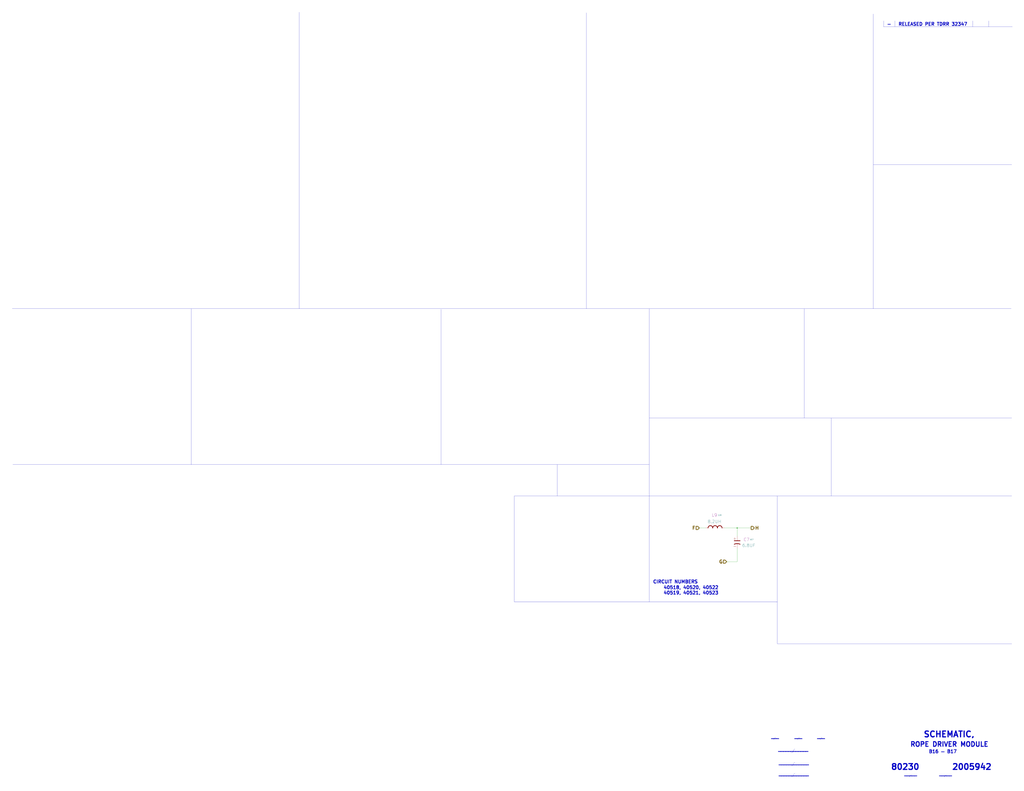
<source format=kicad_sch>
(kicad_sch (version 20211123) (generator eeschema)
  (paper "E")
  (lib_symbols
    (symbol "AGC_DSKY:Capacitor-Polarized" (pin_numbers hide) (pin_names (offset 0) hide)
      (property "Reference" "C" (at 4.445 5.08 0))
      (symbol "Capacitor-Polarized_0_0"
        (text "+" (at -2.54 4.445 0) (effects (font (size 3.556 3.556))))
        (text "-" (at -2.54 -3.81 0) (effects (font (size 3.556 3.556))))
      )
      (symbol "Capacitor-Polarized_0_1"
        (polyline (pts (xy -3.175 1.905) (xy 3.175 1.905)) (stroke (width 0.762)))
        (arc (start 3.175 -1.905) (mid 0 -1.2173) (end -3.175 -1.905) (stroke (width 0.762)))
      )
      (symbol "Capacitor-Polarized_1_1"
        (pin passive line (at 0 6.985 270) (length 5.08) (name "1") (number "1"))
        (pin passive line (at 0 -6.35 90) (length 5.08) (name "2") (number "2"))
      )
    )
    (symbol "AGC_DSKY:Inductor" (pin_numbers hide) (pin_names (offset 0) hide)
      (property "Reference" "L" (at -1.27 5.08 0))
      (symbol "Inductor_0_1"
        (arc (start -2.54 0) (mid -5.08 2.54) (end -7.62 0) (stroke (width 0.762)))
        (arc (start 2.54 0) (mid 0 2.54) (end -2.54 0) (stroke (width 0.762)))
        (arc (start 7.62 0) (mid 5.08 2.54) (end 2.54 0) (stroke (width 0.762)))
      )
      (symbol "Inductor_1_1"
        (pin passive line (at -10.16 0 0) (length 2.54) (name "1") (number "1"))
        (pin passive line (at 10.16 0 180) (length 2.54) (name "2") (number "2"))
      )
    )
  )
  (junction (at 804.545 576.58))
  (polyline (pts (xy 848.36 702.945) (xy 1104.265 702.945)) (stroke (width 0) (type solid)))
  (polyline (pts (xy 907.415 541.655) (xy 907.415 456.565)) (stroke (width 0) (type solid)))
  (polyline (pts (xy 953.135 179.705) (xy 1104.265 179.705)) (stroke (width 0) (type solid)))
  (polyline (pts (xy 864.0826 848.9696) (xy 867.2576 844.5246)) (stroke (width 0) (type solid)))
  (polyline (pts (xy 326.39 337.185) (xy 326.39 13.335)) (stroke (width 0) (type solid)))
  (wire (pts (xy 804.545 585.47) (xy 804.545 576.58)))
  (polyline (pts (xy 208.915 337.185) (xy 208.915 507.365)) (stroke (width 0) (type solid)))
  (polyline (pts (xy 992.3526 848.3346) (xy 994.8926 845.7946)) (stroke (width 0) (type solid)))
  (polyline (pts (xy 895.1976 807.6946) (xy 897.1026 805.1546)) (stroke (width 0) (type solid)))
  (polyline (pts (xy 13.335 337.185) (xy 1103.63 337.185)) (stroke (width 0) (type solid)))
  (wire (pts (xy 804.545 576.58) (xy 819.785 576.58)))
  (polyline (pts (xy 953.135 337.185) (xy 953.135 15.24)) (stroke (width 0) (type solid)))
  (polyline (pts (xy 608.33 507.365) (xy 608.33 541.655)) (stroke (width 0) (type solid)))
  (polyline (pts (xy 13.97 507.365) (xy 708.66 507.365)) (stroke (width 0) (type solid)))
  (polyline (pts (xy 561.34 657.225) (xy 848.36 657.225)) (stroke (width 0) (type solid)))
  (polyline (pts (xy 640.08 337.185) (xy 640.08 13.97)) (stroke (width 0) (type solid)))
  (wire (pts (xy 804.545 598.805) (xy 804.545 613.41)))
  (polyline (pts (xy 864.0826 836.9046) (xy 867.2576 832.4596)) (stroke (width 0) (type solid)))
  (polyline (pts (xy 976.7824 22.7584) (xy 976.7824 29.21)) (stroke (width 0) (type solid)))
  (polyline (pts (xy 481.33 507.365) (xy 481.33 337.82)) (stroke (width 0) (type solid)))
  (polyline (pts (xy 964.311 22.7584) (xy 964.311 29.21)) (stroke (width 0) (type solid)))
  (polyline (pts (xy 877.57 456.565) (xy 877.57 337.185)) (stroke (width 0) (type solid)))
  (polyline (pts (xy 844.3976 807.6946) (xy 846.3026 805.1546)) (stroke (width 0) (type solid)))
  (polyline (pts (xy 561.34 541.655) (xy 561.34 657.225)) (stroke (width 0) (type solid)))
  (polyline (pts (xy 1079.1698 22.7584) (xy 1079.1698 29.21)) (stroke (width 0) (type solid)))
  (polyline (pts (xy 708.66 456.565) (xy 1104.265 456.565)) (stroke (width 0) (type solid)))
  (polyline (pts (xy 848.36 541.655) (xy 848.36 702.945)) (stroke (width 0) (type solid)))
  (polyline (pts (xy 1030.4526 848.3346) (xy 1032.9926 845.7946)) (stroke (width 0) (type solid)))
  (polyline (pts (xy 864.0826 822.2996) (xy 867.2576 817.8546)) (stroke (width 0) (type solid)))
  (polyline (pts (xy 708.66 657.225) (xy 708.66 337.185)) (stroke (width 0) (type solid)))
  (wire (pts (xy 790.575 576.58) (xy 804.545 576.58)))
  (wire (pts (xy 770.255 576.58) (xy 763.27 576.58)))
  (polyline (pts (xy 964.311 29.21) (xy 1104.9 29.21)) (stroke (width 0) (type solid)))
  (polyline (pts (xy 561.34 541.655) (xy 1104.265 541.655)) (stroke (width 0) (type solid)))
  (polyline (pts (xy 1061.72 22.7584) (xy 1061.72 29.21)) (stroke (width 0) (type solid)))
  (polyline (pts (xy 870.4326 807.6946) (xy 872.3376 805.1546)) (stroke (width 0) (type solid)))
  (wire (pts (xy 793.115 613.41) (xy 804.545 613.41)))
  (text "-   RELEASED PER TDRR 32347" (at 967.74 28.575 0) (effects (font (size 3.556 3.556) (thickness 0.7112) bold) (justify left bottom)))
  (text "___" (at 866.775 807.085 0) (effects (font (size 3.556 3.556) (thickness 0.7112) bold) (justify left bottom)))
  (text "____________" (at 849.63 835.66 0) (effects (font (size 3.556 3.556) (thickness 0.7112) bold) (justify left bottom)))
  (text "ROPE DRIVER MODULE" (at 993.14 815.975 0) (effects (font (size 5.08 5.08) (thickness 1.016) bold) (justify left bottom)))
  (text "____________" (at 848.995 821.055 0) (effects (font (size 3.556 3.556) (thickness 0.7112) bold) (justify left bottom)))
  (text "B16 — B17" (at 1013.46 822.96 0) (effects (font (size 3.556 3.556) (thickness 0.7112) bold) (justify left bottom)))
  (text "_____" (at 1024.7376 847.6996 0) (effects (font (size 3.556 3.556) (thickness 0.7112) bold) (justify left bottom)))
  (text "2005942" (at 1038.7076 841.3496 0) (effects (font (size 6.35 6.35) (thickness 1.27) bold) (justify left bottom)))
  (text "40518, 40520, 40522\n40519, 40521, 40523" (at 723.9 649.605 0) (effects (font (size 3.556 3.556) (thickness 0.7112) bold) (justify left bottom)))
  (text "___" (at 891.54 807.085 0) (effects (font (size 3.556 3.556) (thickness 0.7112) bold) (justify left bottom)))
  (text "____________" (at 849.63 847.725 0) (effects (font (size 3.556 3.556) (thickness 0.7112) bold) (justify left bottom)))
  (text "SCHEMATIC," (at 1007.5926 805.7896 0) (effects (font (size 6.35 6.35) (thickness 1.27) bold) (justify left bottom)))
  (text "___" (at 841.375 807.085 0) (effects (font (size 3.556 3.556) (thickness 0.7112) bold) (justify left bottom)))
  (text "CIRCUIT NUMBERS" (at 712.47 637.54 0) (effects (font (size 3.556 3.556) (thickness 0.7112) bold) (justify left bottom)))
  (text "_____" (at 986.6376 847.6996 0) (effects (font (size 3.556 3.556) (thickness 0.7112) bold) (justify left bottom)))
  (text "80230" (at 972.0326 841.3496 0) (effects (font (size 6.35 6.35) (thickness 1.27) bold) (justify left bottom)))
  (hierarchical_label "G" (shape input) (at 793.115 613.41 180) (effects (font (size 3.556 3.556) (thickness 0.7112) bold)))
  (hierarchical_label "H" (shape output) (at 819.785 576.58 0) (effects (font (size 3.556 3.556) (thickness 0.7112) bold)))
  (hierarchical_label "F" (shape input) (at 763.27 576.58 180) (effects (font (size 3.556 3.556) (thickness 0.7112) bold)))
  (symbol (lib_id "AGC_DSKY:Inductor") (at 780.415 576.58 0)
    (property "Reference" "1L9" (at 785.495 562.61 0))
    (property "Value" "8.2UH" (at 779.78 569.595 0) (effects (font (size 3.302 3.302))))
    (property "OREFD" "L9" (at 779.78 562.61 0) (effects (font (size 3.302 3.302))))
  )
  (symbol (lib_id "AGC_DSKY:Capacitor-Polarized") (at 804.545 592.455 0)
    (property "Reference" "1C7" (at 820.42 589.28 0))
    (property "Value" "6.8UF" (at 817.245 595.63 0) (effects (font (size 3.302 3.302))))
    (property "OREFD" "C7" (at 814.705 589.28 0) (effects (font (size 3.302 3.302))))
  )
)
</source>
